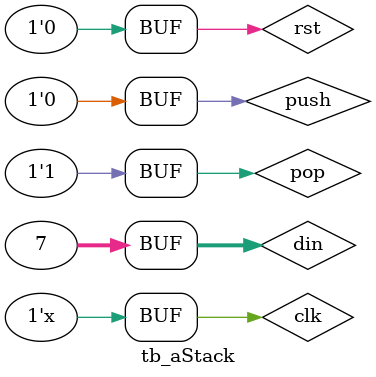
<source format=v>
`timescale 1ns / 1ps
module aStack #(parameter width = 32, wordLength = 32)
				(input clk, rst, push, pop,
				 input [wordLength-1:0] din,
				 output empty, full,
				 output reg error,
				 output reg [$clog2(wordLength) - 1:0] sp,
				 output reg [wordLength-1:0] dout);

	reg [wordLength-1:0] myStack [width-1:0];
	always@(posedge clk) begin
		if (rst) begin
						sp <= 0;
						error <= 0;
					end
		else
			case({push,pop})
				2'b10: if (full) error <=1;
						 else begin
									myStack[sp] <= din;
									sp <= sp + 1;
									error <= 0;
								end
				2'b01: if (empty) error <= 1;
						 else begin
									dout <= myStack[sp-1];
									sp <= sp - 1;
									error <= 0;
								end
				2'b00: begin
							error <= 0;
							dout <= 0;
						 end
				default: begin
							end
			endcase
	end
	assign full = (sp == (width-1))? 1 : 0;
	assign empty = (sp == 0) ? 1:0;

endmodule

module tb_aStack;
	parameter w = 4;
	parameter wl = 32;
	wire empty, error, full;
	wire [$clog2(wl)-1:0] sp;
	wire [wl-1:0] dout;
	reg clk, rst, push, pop;
	reg [wl-1:0] din;


	aStack #(.width(w), .wordLength(wl)) teststack1 
				(.clk(clk), .push(push), .pop(pop), .rst(rst), .din(din),
				 .full(full), .empty(empty), .error(error), .sp(sp), .dout(dout));
	
	initial clk = 0;
	always #5 clk = ~clk;
	
	initial begin
					push = 0; pop = 0; rst = 1;
					din = 3;
					#11 push = 1; din = 4; rst = 0;
					#10 din = 5;
					#10 din = 6;
					#10 din = 7;
					#10 ;
					#10 ;
					#10 push = 0;
					#10 pop = 1;
			  end
endmodule

</source>
